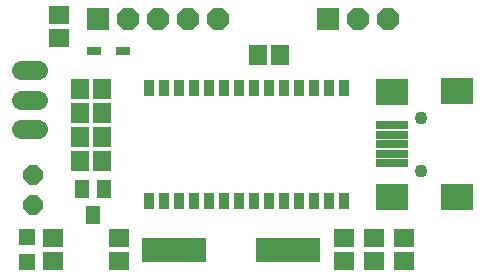
<source format=gbr>
G04 EAGLE Gerber RS-274X export*
G75*
%MOMM*%
%FSLAX34Y34*%
%LPD*%
%INSoldermask Top*%
%IPPOS*%
%AMOC8*
5,1,8,0,0,1.08239X$1,22.5*%
G01*
%ADD10R,0.965200X1.473200*%
%ADD11R,5.537200X2.133600*%
%ADD12R,1.703200X1.503200*%
%ADD13R,1.503200X1.703200*%
%ADD14R,1.403200X1.403200*%
%ADD15R,1.803200X1.503200*%
%ADD16C,1.625600*%
%ADD17R,1.503200X1.803200*%
%ADD18R,1.203200X1.603200*%
%ADD19R,1.828800X1.828800*%
%ADD20P,1.979475X8X112.500000*%
%ADD21R,2.703200X2.203200*%
%ADD22R,2.703200X0.703200*%
%ADD23C,1.103200*%
%ADD24R,1.253200X0.703200*%
%ADD25P,1.759533X8X292.500000*%


D10*
X323850Y244300D03*
X336550Y244300D03*
X349250Y244300D03*
X361950Y244300D03*
X374650Y244300D03*
X387350Y244300D03*
X400050Y244300D03*
X412750Y244300D03*
X425450Y244300D03*
X438150Y244300D03*
X425450Y339900D03*
X438150Y339900D03*
X450850Y339900D03*
X463550Y339900D03*
X476250Y339900D03*
X488950Y339900D03*
X488950Y244300D03*
X476250Y244300D03*
X463550Y244300D03*
X450850Y244300D03*
X412750Y339900D03*
X400050Y339900D03*
X387350Y339900D03*
X374650Y339900D03*
X361950Y339900D03*
X349250Y339900D03*
X336550Y339900D03*
X323850Y339900D03*
D11*
X441960Y203200D03*
X345440Y203200D03*
D12*
X514350Y212700D03*
X514350Y193700D03*
X539750Y212700D03*
X539750Y193700D03*
X488950Y212700D03*
X488950Y193700D03*
X298450Y212700D03*
X298450Y193700D03*
X247650Y401676D03*
X247650Y382676D03*
D13*
X415950Y368300D03*
X434950Y368300D03*
D14*
X220980Y213700D03*
X220980Y192700D03*
D15*
X242570Y193700D03*
X242570Y212700D03*
D16*
X229858Y330212D02*
X215634Y330212D01*
X215634Y305212D02*
X229858Y305212D01*
X229858Y355212D02*
X215634Y355212D01*
D17*
X284074Y298704D03*
X265074Y298704D03*
X265074Y318770D03*
X284074Y318770D03*
D13*
X265074Y339090D03*
X284074Y339090D03*
D17*
X265074Y278638D03*
X284074Y278638D03*
D18*
X276352Y232840D03*
X266852Y254840D03*
X285852Y254840D03*
D19*
X280416Y398272D03*
D20*
X305816Y398272D03*
X331216Y398272D03*
X356616Y398272D03*
X382016Y398272D03*
D19*
X475488Y398272D03*
D20*
X500888Y398272D03*
X526288Y398272D03*
D21*
X584268Y337608D03*
X584268Y247608D03*
X529268Y336608D03*
X529268Y247608D03*
D22*
X529268Y292608D03*
X529268Y284608D03*
X529268Y276608D03*
X529268Y300608D03*
X529268Y308608D03*
D23*
X554268Y270108D03*
X554268Y315108D03*
D24*
X277560Y371856D03*
X301560Y371856D03*
D25*
X225806Y266700D03*
X225806Y241300D03*
M02*

</source>
